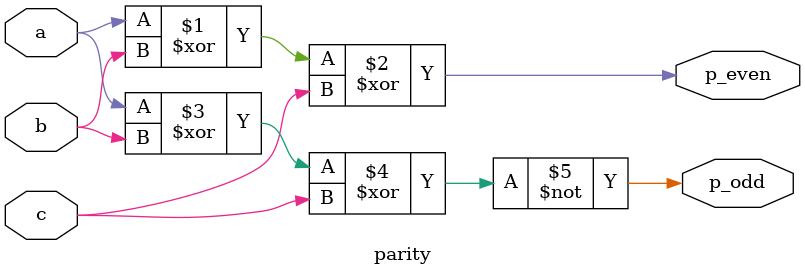
<source format=v>
module parity(p_odd, p_even, a, b, c);

    input a, b, c;
    output p_odd, p_even;

    assign p_even = a ^ b ^ c;
    assign p_odd = ~(a ^ b ^ c);
    
endmodule
</source>
